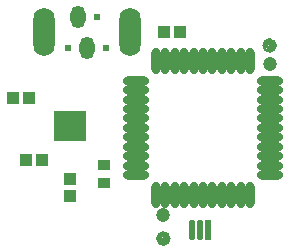
<source format=gts>
%FSAX24Y24*%
%MOIN*%
G70*
G01*
G75*
G04 Layer_Color=8388736*
%ADD10C,0.0394*%
%ADD11R,0.0118X0.0630*%
%ADD12O,0.0118X0.0630*%
%ADD13R,0.0315X0.0354*%
%ADD14O,0.0807X0.0236*%
%ADD15O,0.0236X0.0807*%
%ADD16R,0.0354X0.0315*%
%ADD17R,0.0354X0.0276*%
%ADD18C,0.0157*%
%ADD19C,0.0100*%
%ADD20R,0.1075X0.1032*%
%ADD21O,0.0433X0.0669*%
%ADD22C,0.0157*%
%ADD23O,0.0630X0.1535*%
%ADD24O,0.0591X0.0866*%
%ADD25C,0.0350*%
%ADD26R,0.1299X0.0945*%
%ADD27R,0.0394X0.0945*%
%ADD28R,0.0276X0.0354*%
%ADD29O,0.0276X0.0098*%
%ADD30O,0.0098X0.0276*%
%ADD31R,0.1024X0.1024*%
%ADD32R,0.0413X0.0394*%
%ADD33R,0.0866X0.0413*%
%ADD34R,0.0630X0.0492*%
%ADD35C,0.0104*%
%ADD36C,0.1080*%
%ADD37C,0.0297*%
%ADD38R,0.1504X0.1154*%
%ADD39R,0.0197X0.1063*%
%ADD40R,0.1126X0.0197*%
%ADD41R,0.1169X0.0197*%
%ADD42R,0.1098X0.0197*%
%ADD43R,0.0197X0.0945*%
%ADD44R,0.0197X0.0984*%
%ADD45R,0.1114X0.0197*%
%ADD46R,0.0197X0.1969*%
%ADD47R,0.1957X0.0354*%
%ADD48R,0.2012X0.0197*%
%ADD49R,0.1130X0.0197*%
%ADD50R,0.0197X0.1173*%
%ADD51C,0.0474*%
%ADD52R,0.0198X0.0710*%
%ADD53O,0.0198X0.0710*%
%ADD54R,0.0395X0.0434*%
%ADD55O,0.0878X0.0307*%
%ADD56O,0.0307X0.0878*%
%ADD57R,0.0434X0.0395*%
%ADD58R,0.0434X0.0356*%
%ADD59O,0.0513X0.0749*%
%ADD60C,0.0237*%
%ADD61O,0.0710X0.1615*%
%ADD62O,0.0671X0.0946*%
%ADD63C,0.0430*%
D19*
X009937Y000661D02*
G03*
X009937Y000661I-000197J000000D01*
G01*
X009841D02*
G03*
X009841Y000661I-000100J000000D01*
G01*
X009760D02*
G03*
X009760Y000661I-000020J000000D01*
G01*
X013480Y007098D02*
G03*
X013480Y007098I-000197J000000D01*
G01*
X013382D02*
G03*
X013382Y007098I-000098J000000D01*
G01*
X013303D02*
G03*
X013303Y007098I-000020J000000D01*
G01*
D20*
X006628Y004429D02*
D03*
D51*
X013283Y006468D02*
D03*
X009740Y001449D02*
D03*
D52*
X011221Y000957D02*
D03*
D53*
X010965D02*
D03*
X010709D02*
D03*
D54*
X009746Y007550D02*
D03*
X010297D02*
D03*
X005705Y003280D02*
D03*
X005154D02*
D03*
X004724Y005350D02*
D03*
X005276D02*
D03*
D55*
X008817Y005925D02*
D03*
Y005610D02*
D03*
Y005295D02*
D03*
Y004980D02*
D03*
Y004665D02*
D03*
Y004350D02*
D03*
Y004035D02*
D03*
Y003720D02*
D03*
Y003406D02*
D03*
Y003091D02*
D03*
Y002776D02*
D03*
X013305D02*
D03*
Y003091D02*
D03*
Y003406D02*
D03*
Y003720D02*
D03*
Y004035D02*
D03*
Y004350D02*
D03*
Y004665D02*
D03*
Y004980D02*
D03*
Y005295D02*
D03*
Y005610D02*
D03*
Y005925D02*
D03*
D56*
X009486Y002106D02*
D03*
X009801D02*
D03*
X010116D02*
D03*
X010431D02*
D03*
X010746D02*
D03*
X011061D02*
D03*
X011376D02*
D03*
X011691D02*
D03*
X012006D02*
D03*
X012320D02*
D03*
X012635D02*
D03*
Y006594D02*
D03*
X012320D02*
D03*
X012006D02*
D03*
X011691D02*
D03*
X011376D02*
D03*
X011061D02*
D03*
X010746D02*
D03*
X010431D02*
D03*
X010116D02*
D03*
X009801D02*
D03*
X009486D02*
D03*
D57*
X006626Y002642D02*
D03*
Y002091D02*
D03*
D58*
X007752Y002512D02*
D03*
Y003102D02*
D03*
D59*
X006886Y008043D02*
D03*
X007201Y007020D02*
D03*
D60*
X007516Y008043D02*
D03*
X006571Y007020D02*
D03*
X007831Y007020D02*
D03*
D61*
X005764Y007531D02*
D03*
X008638D02*
D03*
D62*
X008638Y007835D02*
D03*
Y007228D02*
D03*
Y007633D02*
D03*
Y007430D02*
D03*
X005764D02*
D03*
Y007633D02*
D03*
Y007228D02*
D03*
Y007835D02*
D03*
D63*
X006385Y004183D02*
D03*
X006857D02*
D03*
X006385Y004655D02*
D03*
X006857D02*
D03*
M02*

</source>
